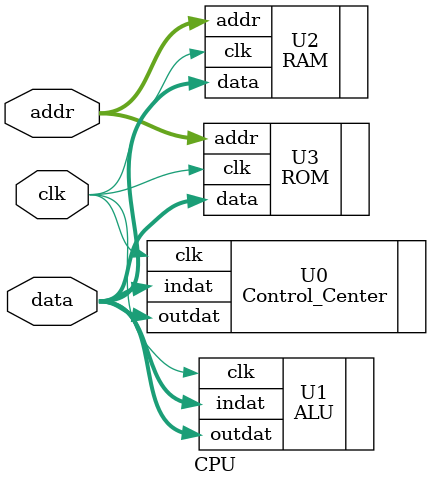
<source format=v>
module CPU_TOP( clk, addr, data );
	input clk;
	inout [31:0]addr;
	inout [31:0]data;
	
	CPU U0( .clk(clk), .addr(addr), .data(data) );
	
endmodule

module CPU( clk, addr, data );
	input clk;
	inout [31:0]addr;
	inout [31:0]data;

	Control_Center U0( .clk(clk), .indat(data), .outdat(data));
	ALU U1( .clk(clk), .indat(data), .outdat(data) );
	RAM U2( .clk(clk), .addr(addr), .data(data) );
	ROM U3( .clk(clk), .addr(addr), .data(data) );
	
endmodule

</source>
